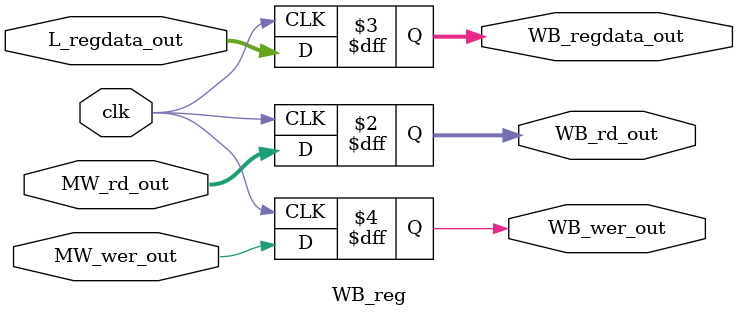
<source format=v>
module WB_reg(
	input clk,

	input [4:0] MW_rd_out,
	input [31:0] L_regdata_out,
	input MW_wer_out,
    
	output reg [4:0] WB_rd_out,
	output reg [31:0] WB_regdata_out,
	output reg WB_wer_out
);
	always@(posedge clk)
	begin
		WB_rd_out = MW_rd_out;
		WB_regdata_out = L_regdata_out;
		WB_wer_out = MW_wer_out;
	end
endmodule
</source>
